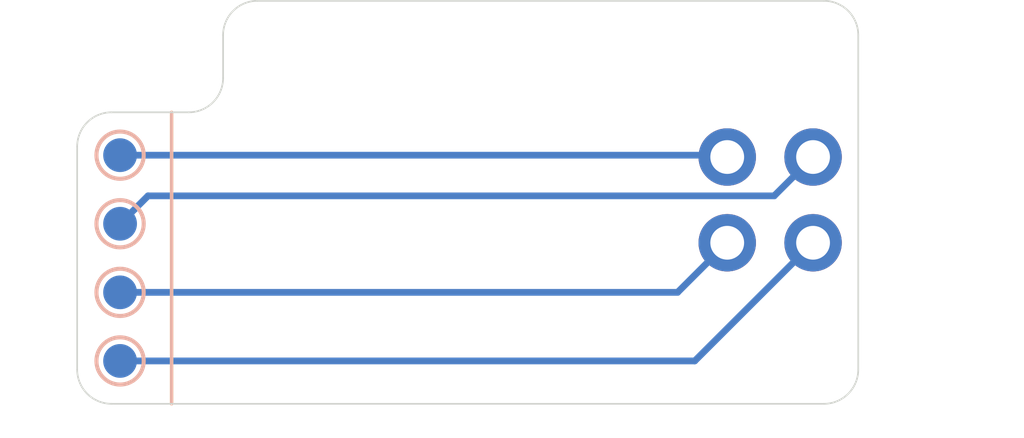
<source format=kicad_pcb>
(kicad_pcb (version 20241229) (generator "pcbnew") (generator_version "9.0")
  (layers (0 "F.Cu" signal) (2 "B.Cu" signal) (13 "F.Paste" user) (15 "B.Paste" user) (5 "F.SilkS" user "F.Silkscreen") (7 "B.SilkS" user "B.Silkscreen") (1 "F.Mask" user) (3 "B.Mask" user) (25 "Edge.Cuts" user))
  (net 0 "")
  (net 1 "Net-(J1-Pin_1)")
  (net 2 "Net-(J2-Pin_1)")
  (net 3 "Net-(J3-Pin_1)")
  (net 4 "Net-(J4-Pin_1)")
  (footprint "local:PinHole" (layer "F.Cu") (at 185.6065 68.889)
    (property "Reference" "J1" (hide yes))
    (property "Value" "Conn_01x01_Pin")
    (pad "1" thru_hole circle (at 0 0) (size 1.7 1.7) (drill 1) (layers "*.Cu" "*.Mask") (net 1 "Net-(J1-Pin_1)"))
  )
  (footprint "local:PinHole" (layer "F.Cu") (at 188.1465 71.429)
    (property "Reference" "J3" (hide yes))
    (property "Value" "Conn_01x01_Pin")
    (pad "1" thru_hole circle (at 0 0) (size 1.7 1.7) (drill 1) (layers "*.Cu" "*.Mask") (net 3 "Net-(J3-Pin_1)"))
  )
  (footprint "local:PinHole" (layer "F.Cu") (at 188.1465 68.889)
    (property "Reference" "J2" (hide yes))
    (property "Value" "Conn_01x01_Pin")
    (pad "1" thru_hole circle (at 0 0) (size 1.7 1.7) (drill 1) (layers "*.Cu" "*.Mask") (net 2 "Net-(J2-Pin_1)"))
  )
  (footprint "local:PinHole" (layer "F.Cu") (at 185.6065 71.429)
    (property "Reference" "J4" (hide yes))
    (property "Value" "Conn_01x01_Pin")
    (pad "1" thru_hole circle (at 0 0) (size 1.7 1.7) (drill 1) (layers "*.Cu" "*.Mask") (net 4 "Net-(J4-Pin_1)"))
  )
  (footprint "TestPoint:TestPoint_Pad_D1.0mm" (layer "B.Cu") (at 167.64 74.93)
    (property "Reference" "TP3" (hide yes))
    (property "Value" "TestPoint")
    (fp_circle (center 0 0) (end 0 -0.7) (stroke (width 0.12)) (fill no) (layer "B.SilkS"))
    (pad "1" smd circle (at 0 0) (size 1 1) (layers "B.Cu" "B.Mask") (net 3 "Net-(J3-Pin_1)"))
  )
  (footprint "TestPoint:TestPoint_Pad_D1.0mm" (layer "B.Cu") (at 167.64 70.866)
    (property "Reference" "TP2" (hide yes))
    (property "Value" "TestPoint")
    (fp_circle (center 0 0) (end 0 -0.7) (stroke (width 0.12)) (fill no) (layer "B.SilkS"))
    (pad "1" smd circle (at 0 0) (size 1 1) (layers "B.Cu" "B.Mask") (net 2 "Net-(J2-Pin_1)"))
  )
  (footprint "TestPoint:TestPoint_Pad_D1.0mm" (layer "B.Cu") (at 167.64 72.898)
    (property "Reference" "TP4" (hide yes))
    (property "Value" "TestPoint")
    (fp_circle (center 0 0) (end 0 -0.7) (stroke (width 0.12)) (fill no) (layer "B.SilkS"))
    (pad "1" smd circle (at 0 0) (size 1 1) (layers "B.Cu" "B.Mask") (net 4 "Net-(J4-Pin_1)"))
  )
  (footprint "TestPoint:TestPoint_Pad_D1.0mm" (layer "B.Cu") (at 167.64 68.834)
    (property "Reference" "TP1" (hide yes))
    (property "Value" "TestPoint")
    (fp_circle (center 0 0) (end 0 -0.7) (stroke (width 0.12)) (fill no) (layer "B.SilkS"))
    (pad "1" smd circle (at 0 0) (size 1 1) (layers "B.Cu" "B.Mask") (net 1 "Net-(J1-Pin_1)"))
  )
  (gr_line (start 169.164 67.564) (end 169.164 76.2) (stroke (width 0.1)) (layer "F.SilkS"))
  (gr_line (start 169.164 67.564) (end 169.164 76.2) (stroke (width 0.1)) (layer "B.SilkS"))
  (gr_line (start 189.484 65.278) (end 189.484 75.184) (stroke (width 0.05)) (layer "Edge.Cuts"))
  (gr_line (start 169.672 67.564) (end 167.386 67.564) (stroke (width 0.05)) (layer "Edge.Cuts"))
  (gr_arc (start 170.688 65.278) (mid 170.98558 64.55958) (end 171.704 64.262) (stroke (width 0.05)) (layer "Edge.Cuts"))
  (gr_line (start 171.704 64.262) (end 188.468 64.262) (stroke (width 0.05)) (layer "Edge.Cuts"))
  (gr_arc (start 166.37 68.58) (mid 166.66758 67.86158) (end 167.386 67.564) (stroke (width 0.05)) (layer "Edge.Cuts"))
  (gr_line (start 166.37 68.58) (end 166.37 75.184) (stroke (width 0.05)) (layer "Edge.Cuts"))
  (gr_arc (start 167.386 76.2) (mid 166.66758 75.90242) (end 166.37 75.184) (stroke (width 0.05)) (layer "Edge.Cuts"))
  (gr_line (start 188.468 76.2) (end 167.386 76.2) (stroke (width 0.05)) (layer "Edge.Cuts"))
  (gr_line (start 170.688 65.278) (end 170.688 66.548) (stroke (width 0.05)) (layer "Edge.Cuts"))
  (gr_arc (start 188.468 64.262) (mid 189.18642 64.55958) (end 189.484 65.278) (stroke (width 0.05)) (layer "Edge.Cuts"))
  (gr_arc (start 170.688 66.548) (mid 170.39042 67.26642) (end 169.672 67.564) (stroke (width 0.05)) (layer "Edge.Cuts"))
  (gr_arc (start 189.484 75.184) (mid 189.18642 75.90242) (end 188.468 76.2) (stroke (width 0.05)) (layer "Edge.Cuts"))
  (segment (start 185.5515 68.834) (end 185.6065 68.889) (width 0.2) (layer "B.Cu") (net 1))
  (segment (start 167.64 68.834) (end 185.5515 68.834) (width 0.2) (layer "B.Cu") (net 1))
  (segment (start 186.9955 70.04) (end 188.1465 68.889) (width 0.2) (layer "B.Cu") (net 2))
  (segment (start 168.466 70.04) (end 186.9955 70.04) (width 0.2) (layer "B.Cu") (net 2))
  (segment (start 167.64 70.866) (end 168.466 70.04) (width 0.2) (layer "B.Cu") (net 2))
  (segment (start 167.64 74.93) (end 184.6455 74.93) (width 0.2) (layer "B.Cu") (net 3))
  (segment (start 184.6455 74.93) (end 188.1465 71.429) (width 0.2) (layer "B.Cu") (net 3))
  (segment (start 167.64 72.898) (end 184.1375 72.898) (width 0.2) (layer "B.Cu") (net 4))
  (segment (start 184.1375 72.898) (end 185.6065 71.429) (width 0.2) (layer "B.Cu") (net 4))
)
</source>
